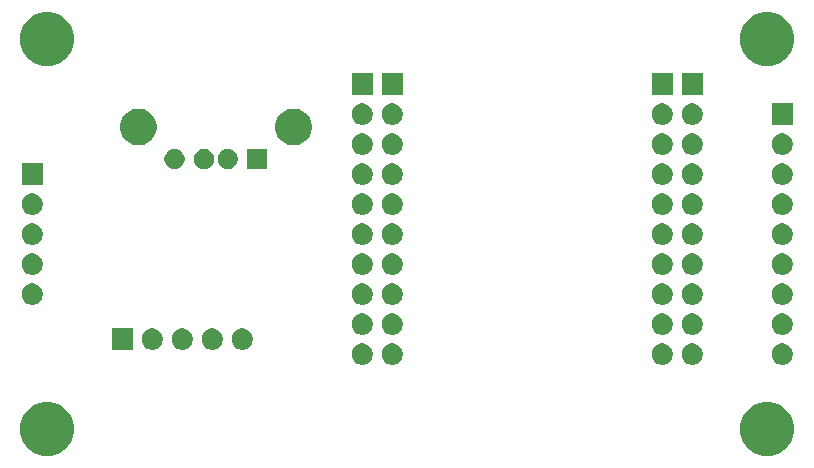
<source format=gbs>
G04 #@! TF.GenerationSoftware,KiCad,Pcbnew,(5.1.5)-3*
G04 #@! TF.CreationDate,2020-05-07T08:06:12+03:00*
G04 #@! TF.ProjectId,PCB1,50434231-2e6b-4696-9361-645f70636258,rev?*
G04 #@! TF.SameCoordinates,Original*
G04 #@! TF.FileFunction,Soldermask,Bot*
G04 #@! TF.FilePolarity,Negative*
%FSLAX46Y46*%
G04 Gerber Fmt 4.6, Leading zero omitted, Abs format (unit mm)*
G04 Created by KiCad (PCBNEW (5.1.5)-3) date 2020-05-07 08:06:12*
%MOMM*%
%LPD*%
G04 APERTURE LIST*
%ADD10C,0.100000*%
G04 APERTURE END LIST*
D10*
G36*
X98461304Y-67637002D02*
G01*
X98880139Y-67810489D01*
X98880141Y-67810490D01*
X99069891Y-67937277D01*
X99257082Y-68062354D01*
X99577646Y-68382918D01*
X99829511Y-68759861D01*
X100002998Y-69178696D01*
X100091440Y-69623327D01*
X100091440Y-70076673D01*
X100002998Y-70521304D01*
X99829511Y-70940139D01*
X99829510Y-70940141D01*
X99577645Y-71317083D01*
X99257083Y-71637645D01*
X98880141Y-71889510D01*
X98880140Y-71889511D01*
X98880139Y-71889511D01*
X98461304Y-72062998D01*
X98016673Y-72151440D01*
X97563327Y-72151440D01*
X97118696Y-72062998D01*
X96699861Y-71889511D01*
X96699860Y-71889511D01*
X96699859Y-71889510D01*
X96322917Y-71637645D01*
X96002355Y-71317083D01*
X95750490Y-70940141D01*
X95750489Y-70940139D01*
X95577002Y-70521304D01*
X95488560Y-70076673D01*
X95488560Y-69623327D01*
X95577002Y-69178696D01*
X95750489Y-68759861D01*
X96002354Y-68382918D01*
X96322918Y-68062354D01*
X96510109Y-67937277D01*
X96699859Y-67810490D01*
X96699861Y-67810489D01*
X97118696Y-67637002D01*
X97563327Y-67548560D01*
X98016673Y-67548560D01*
X98461304Y-67637002D01*
G37*
G36*
X37501304Y-67637002D02*
G01*
X37920139Y-67810489D01*
X37920141Y-67810490D01*
X38109891Y-67937277D01*
X38297082Y-68062354D01*
X38617646Y-68382918D01*
X38869511Y-68759861D01*
X39042998Y-69178696D01*
X39131440Y-69623327D01*
X39131440Y-70076673D01*
X39042998Y-70521304D01*
X38869511Y-70940139D01*
X38869510Y-70940141D01*
X38617645Y-71317083D01*
X38297083Y-71637645D01*
X37920141Y-71889510D01*
X37920140Y-71889511D01*
X37920139Y-71889511D01*
X37501304Y-72062998D01*
X37056673Y-72151440D01*
X36603327Y-72151440D01*
X36158696Y-72062998D01*
X35739861Y-71889511D01*
X35739860Y-71889511D01*
X35739859Y-71889510D01*
X35362917Y-71637645D01*
X35042355Y-71317083D01*
X34790490Y-70940141D01*
X34790489Y-70940139D01*
X34617002Y-70521304D01*
X34528560Y-70076673D01*
X34528560Y-69623327D01*
X34617002Y-69178696D01*
X34790489Y-68759861D01*
X35042354Y-68382918D01*
X35362918Y-68062354D01*
X35550109Y-67937277D01*
X35739859Y-67810490D01*
X35739861Y-67810489D01*
X36158696Y-67637002D01*
X36603327Y-67548560D01*
X37056673Y-67548560D01*
X37501304Y-67637002D01*
G37*
G36*
X66153512Y-62603927D02*
G01*
X66302812Y-62633624D01*
X66466784Y-62701544D01*
X66614354Y-62800147D01*
X66739853Y-62925646D01*
X66838456Y-63073216D01*
X66906376Y-63237188D01*
X66941000Y-63411259D01*
X66941000Y-63588741D01*
X66906376Y-63762812D01*
X66838456Y-63926784D01*
X66739853Y-64074354D01*
X66614354Y-64199853D01*
X66466784Y-64298456D01*
X66302812Y-64366376D01*
X66153512Y-64396073D01*
X66128742Y-64401000D01*
X65951258Y-64401000D01*
X65926488Y-64396073D01*
X65777188Y-64366376D01*
X65613216Y-64298456D01*
X65465646Y-64199853D01*
X65340147Y-64074354D01*
X65241544Y-63926784D01*
X65173624Y-63762812D01*
X65139000Y-63588741D01*
X65139000Y-63411259D01*
X65173624Y-63237188D01*
X65241544Y-63073216D01*
X65340147Y-62925646D01*
X65465646Y-62800147D01*
X65613216Y-62701544D01*
X65777188Y-62633624D01*
X65926488Y-62603927D01*
X65951258Y-62599000D01*
X66128742Y-62599000D01*
X66153512Y-62603927D01*
G37*
G36*
X99173512Y-62603927D02*
G01*
X99322812Y-62633624D01*
X99486784Y-62701544D01*
X99634354Y-62800147D01*
X99759853Y-62925646D01*
X99858456Y-63073216D01*
X99926376Y-63237188D01*
X99961000Y-63411259D01*
X99961000Y-63588741D01*
X99926376Y-63762812D01*
X99858456Y-63926784D01*
X99759853Y-64074354D01*
X99634354Y-64199853D01*
X99486784Y-64298456D01*
X99322812Y-64366376D01*
X99173512Y-64396073D01*
X99148742Y-64401000D01*
X98971258Y-64401000D01*
X98946488Y-64396073D01*
X98797188Y-64366376D01*
X98633216Y-64298456D01*
X98485646Y-64199853D01*
X98360147Y-64074354D01*
X98261544Y-63926784D01*
X98193624Y-63762812D01*
X98159000Y-63588741D01*
X98159000Y-63411259D01*
X98193624Y-63237188D01*
X98261544Y-63073216D01*
X98360147Y-62925646D01*
X98485646Y-62800147D01*
X98633216Y-62701544D01*
X98797188Y-62633624D01*
X98946488Y-62603927D01*
X98971258Y-62599000D01*
X99148742Y-62599000D01*
X99173512Y-62603927D01*
G37*
G36*
X91553512Y-62603927D02*
G01*
X91702812Y-62633624D01*
X91866784Y-62701544D01*
X92014354Y-62800147D01*
X92139853Y-62925646D01*
X92238456Y-63073216D01*
X92306376Y-63237188D01*
X92341000Y-63411259D01*
X92341000Y-63588741D01*
X92306376Y-63762812D01*
X92238456Y-63926784D01*
X92139853Y-64074354D01*
X92014354Y-64199853D01*
X91866784Y-64298456D01*
X91702812Y-64366376D01*
X91553512Y-64396073D01*
X91528742Y-64401000D01*
X91351258Y-64401000D01*
X91326488Y-64396073D01*
X91177188Y-64366376D01*
X91013216Y-64298456D01*
X90865646Y-64199853D01*
X90740147Y-64074354D01*
X90641544Y-63926784D01*
X90573624Y-63762812D01*
X90539000Y-63588741D01*
X90539000Y-63411259D01*
X90573624Y-63237188D01*
X90641544Y-63073216D01*
X90740147Y-62925646D01*
X90865646Y-62800147D01*
X91013216Y-62701544D01*
X91177188Y-62633624D01*
X91326488Y-62603927D01*
X91351258Y-62599000D01*
X91528742Y-62599000D01*
X91553512Y-62603927D01*
G37*
G36*
X89013512Y-62603927D02*
G01*
X89162812Y-62633624D01*
X89326784Y-62701544D01*
X89474354Y-62800147D01*
X89599853Y-62925646D01*
X89698456Y-63073216D01*
X89766376Y-63237188D01*
X89801000Y-63411259D01*
X89801000Y-63588741D01*
X89766376Y-63762812D01*
X89698456Y-63926784D01*
X89599853Y-64074354D01*
X89474354Y-64199853D01*
X89326784Y-64298456D01*
X89162812Y-64366376D01*
X89013512Y-64396073D01*
X88988742Y-64401000D01*
X88811258Y-64401000D01*
X88786488Y-64396073D01*
X88637188Y-64366376D01*
X88473216Y-64298456D01*
X88325646Y-64199853D01*
X88200147Y-64074354D01*
X88101544Y-63926784D01*
X88033624Y-63762812D01*
X87999000Y-63588741D01*
X87999000Y-63411259D01*
X88033624Y-63237188D01*
X88101544Y-63073216D01*
X88200147Y-62925646D01*
X88325646Y-62800147D01*
X88473216Y-62701544D01*
X88637188Y-62633624D01*
X88786488Y-62603927D01*
X88811258Y-62599000D01*
X88988742Y-62599000D01*
X89013512Y-62603927D01*
G37*
G36*
X63613512Y-62603927D02*
G01*
X63762812Y-62633624D01*
X63926784Y-62701544D01*
X64074354Y-62800147D01*
X64199853Y-62925646D01*
X64298456Y-63073216D01*
X64366376Y-63237188D01*
X64401000Y-63411259D01*
X64401000Y-63588741D01*
X64366376Y-63762812D01*
X64298456Y-63926784D01*
X64199853Y-64074354D01*
X64074354Y-64199853D01*
X63926784Y-64298456D01*
X63762812Y-64366376D01*
X63613512Y-64396073D01*
X63588742Y-64401000D01*
X63411258Y-64401000D01*
X63386488Y-64396073D01*
X63237188Y-64366376D01*
X63073216Y-64298456D01*
X62925646Y-64199853D01*
X62800147Y-64074354D01*
X62701544Y-63926784D01*
X62633624Y-63762812D01*
X62599000Y-63588741D01*
X62599000Y-63411259D01*
X62633624Y-63237188D01*
X62701544Y-63073216D01*
X62800147Y-62925646D01*
X62925646Y-62800147D01*
X63073216Y-62701544D01*
X63237188Y-62633624D01*
X63386488Y-62603927D01*
X63411258Y-62599000D01*
X63588742Y-62599000D01*
X63613512Y-62603927D01*
G37*
G36*
X53453512Y-61333927D02*
G01*
X53602812Y-61363624D01*
X53766784Y-61431544D01*
X53914354Y-61530147D01*
X54039853Y-61655646D01*
X54138456Y-61803216D01*
X54206376Y-61967188D01*
X54241000Y-62141259D01*
X54241000Y-62318741D01*
X54206376Y-62492812D01*
X54138456Y-62656784D01*
X54039853Y-62804354D01*
X53914354Y-62929853D01*
X53766784Y-63028456D01*
X53602812Y-63096376D01*
X53453512Y-63126073D01*
X53428742Y-63131000D01*
X53251258Y-63131000D01*
X53226488Y-63126073D01*
X53077188Y-63096376D01*
X52913216Y-63028456D01*
X52765646Y-62929853D01*
X52640147Y-62804354D01*
X52541544Y-62656784D01*
X52473624Y-62492812D01*
X52439000Y-62318741D01*
X52439000Y-62141259D01*
X52473624Y-61967188D01*
X52541544Y-61803216D01*
X52640147Y-61655646D01*
X52765646Y-61530147D01*
X52913216Y-61431544D01*
X53077188Y-61363624D01*
X53226488Y-61333927D01*
X53251258Y-61329000D01*
X53428742Y-61329000D01*
X53453512Y-61333927D01*
G37*
G36*
X50913512Y-61333927D02*
G01*
X51062812Y-61363624D01*
X51226784Y-61431544D01*
X51374354Y-61530147D01*
X51499853Y-61655646D01*
X51598456Y-61803216D01*
X51666376Y-61967188D01*
X51701000Y-62141259D01*
X51701000Y-62318741D01*
X51666376Y-62492812D01*
X51598456Y-62656784D01*
X51499853Y-62804354D01*
X51374354Y-62929853D01*
X51226784Y-63028456D01*
X51062812Y-63096376D01*
X50913512Y-63126073D01*
X50888742Y-63131000D01*
X50711258Y-63131000D01*
X50686488Y-63126073D01*
X50537188Y-63096376D01*
X50373216Y-63028456D01*
X50225646Y-62929853D01*
X50100147Y-62804354D01*
X50001544Y-62656784D01*
X49933624Y-62492812D01*
X49899000Y-62318741D01*
X49899000Y-62141259D01*
X49933624Y-61967188D01*
X50001544Y-61803216D01*
X50100147Y-61655646D01*
X50225646Y-61530147D01*
X50373216Y-61431544D01*
X50537188Y-61363624D01*
X50686488Y-61333927D01*
X50711258Y-61329000D01*
X50888742Y-61329000D01*
X50913512Y-61333927D01*
G37*
G36*
X48373512Y-61333927D02*
G01*
X48522812Y-61363624D01*
X48686784Y-61431544D01*
X48834354Y-61530147D01*
X48959853Y-61655646D01*
X49058456Y-61803216D01*
X49126376Y-61967188D01*
X49161000Y-62141259D01*
X49161000Y-62318741D01*
X49126376Y-62492812D01*
X49058456Y-62656784D01*
X48959853Y-62804354D01*
X48834354Y-62929853D01*
X48686784Y-63028456D01*
X48522812Y-63096376D01*
X48373512Y-63126073D01*
X48348742Y-63131000D01*
X48171258Y-63131000D01*
X48146488Y-63126073D01*
X47997188Y-63096376D01*
X47833216Y-63028456D01*
X47685646Y-62929853D01*
X47560147Y-62804354D01*
X47461544Y-62656784D01*
X47393624Y-62492812D01*
X47359000Y-62318741D01*
X47359000Y-62141259D01*
X47393624Y-61967188D01*
X47461544Y-61803216D01*
X47560147Y-61655646D01*
X47685646Y-61530147D01*
X47833216Y-61431544D01*
X47997188Y-61363624D01*
X48146488Y-61333927D01*
X48171258Y-61329000D01*
X48348742Y-61329000D01*
X48373512Y-61333927D01*
G37*
G36*
X45833512Y-61333927D02*
G01*
X45982812Y-61363624D01*
X46146784Y-61431544D01*
X46294354Y-61530147D01*
X46419853Y-61655646D01*
X46518456Y-61803216D01*
X46586376Y-61967188D01*
X46621000Y-62141259D01*
X46621000Y-62318741D01*
X46586376Y-62492812D01*
X46518456Y-62656784D01*
X46419853Y-62804354D01*
X46294354Y-62929853D01*
X46146784Y-63028456D01*
X45982812Y-63096376D01*
X45833512Y-63126073D01*
X45808742Y-63131000D01*
X45631258Y-63131000D01*
X45606488Y-63126073D01*
X45457188Y-63096376D01*
X45293216Y-63028456D01*
X45145646Y-62929853D01*
X45020147Y-62804354D01*
X44921544Y-62656784D01*
X44853624Y-62492812D01*
X44819000Y-62318741D01*
X44819000Y-62141259D01*
X44853624Y-61967188D01*
X44921544Y-61803216D01*
X45020147Y-61655646D01*
X45145646Y-61530147D01*
X45293216Y-61431544D01*
X45457188Y-61363624D01*
X45606488Y-61333927D01*
X45631258Y-61329000D01*
X45808742Y-61329000D01*
X45833512Y-61333927D01*
G37*
G36*
X44081000Y-63131000D02*
G01*
X42279000Y-63131000D01*
X42279000Y-61329000D01*
X44081000Y-61329000D01*
X44081000Y-63131000D01*
G37*
G36*
X63613512Y-60063927D02*
G01*
X63762812Y-60093624D01*
X63926784Y-60161544D01*
X64074354Y-60260147D01*
X64199853Y-60385646D01*
X64298456Y-60533216D01*
X64366376Y-60697188D01*
X64401000Y-60871259D01*
X64401000Y-61048741D01*
X64366376Y-61222812D01*
X64298456Y-61386784D01*
X64199853Y-61534354D01*
X64074354Y-61659853D01*
X63926784Y-61758456D01*
X63762812Y-61826376D01*
X63613512Y-61856073D01*
X63588742Y-61861000D01*
X63411258Y-61861000D01*
X63386488Y-61856073D01*
X63237188Y-61826376D01*
X63073216Y-61758456D01*
X62925646Y-61659853D01*
X62800147Y-61534354D01*
X62701544Y-61386784D01*
X62633624Y-61222812D01*
X62599000Y-61048741D01*
X62599000Y-60871259D01*
X62633624Y-60697188D01*
X62701544Y-60533216D01*
X62800147Y-60385646D01*
X62925646Y-60260147D01*
X63073216Y-60161544D01*
X63237188Y-60093624D01*
X63386488Y-60063927D01*
X63411258Y-60059000D01*
X63588742Y-60059000D01*
X63613512Y-60063927D01*
G37*
G36*
X66153512Y-60063927D02*
G01*
X66302812Y-60093624D01*
X66466784Y-60161544D01*
X66614354Y-60260147D01*
X66739853Y-60385646D01*
X66838456Y-60533216D01*
X66906376Y-60697188D01*
X66941000Y-60871259D01*
X66941000Y-61048741D01*
X66906376Y-61222812D01*
X66838456Y-61386784D01*
X66739853Y-61534354D01*
X66614354Y-61659853D01*
X66466784Y-61758456D01*
X66302812Y-61826376D01*
X66153512Y-61856073D01*
X66128742Y-61861000D01*
X65951258Y-61861000D01*
X65926488Y-61856073D01*
X65777188Y-61826376D01*
X65613216Y-61758456D01*
X65465646Y-61659853D01*
X65340147Y-61534354D01*
X65241544Y-61386784D01*
X65173624Y-61222812D01*
X65139000Y-61048741D01*
X65139000Y-60871259D01*
X65173624Y-60697188D01*
X65241544Y-60533216D01*
X65340147Y-60385646D01*
X65465646Y-60260147D01*
X65613216Y-60161544D01*
X65777188Y-60093624D01*
X65926488Y-60063927D01*
X65951258Y-60059000D01*
X66128742Y-60059000D01*
X66153512Y-60063927D01*
G37*
G36*
X99173512Y-60063927D02*
G01*
X99322812Y-60093624D01*
X99486784Y-60161544D01*
X99634354Y-60260147D01*
X99759853Y-60385646D01*
X99858456Y-60533216D01*
X99926376Y-60697188D01*
X99961000Y-60871259D01*
X99961000Y-61048741D01*
X99926376Y-61222812D01*
X99858456Y-61386784D01*
X99759853Y-61534354D01*
X99634354Y-61659853D01*
X99486784Y-61758456D01*
X99322812Y-61826376D01*
X99173512Y-61856073D01*
X99148742Y-61861000D01*
X98971258Y-61861000D01*
X98946488Y-61856073D01*
X98797188Y-61826376D01*
X98633216Y-61758456D01*
X98485646Y-61659853D01*
X98360147Y-61534354D01*
X98261544Y-61386784D01*
X98193624Y-61222812D01*
X98159000Y-61048741D01*
X98159000Y-60871259D01*
X98193624Y-60697188D01*
X98261544Y-60533216D01*
X98360147Y-60385646D01*
X98485646Y-60260147D01*
X98633216Y-60161544D01*
X98797188Y-60093624D01*
X98946488Y-60063927D01*
X98971258Y-60059000D01*
X99148742Y-60059000D01*
X99173512Y-60063927D01*
G37*
G36*
X89013512Y-60063927D02*
G01*
X89162812Y-60093624D01*
X89326784Y-60161544D01*
X89474354Y-60260147D01*
X89599853Y-60385646D01*
X89698456Y-60533216D01*
X89766376Y-60697188D01*
X89801000Y-60871259D01*
X89801000Y-61048741D01*
X89766376Y-61222812D01*
X89698456Y-61386784D01*
X89599853Y-61534354D01*
X89474354Y-61659853D01*
X89326784Y-61758456D01*
X89162812Y-61826376D01*
X89013512Y-61856073D01*
X88988742Y-61861000D01*
X88811258Y-61861000D01*
X88786488Y-61856073D01*
X88637188Y-61826376D01*
X88473216Y-61758456D01*
X88325646Y-61659853D01*
X88200147Y-61534354D01*
X88101544Y-61386784D01*
X88033624Y-61222812D01*
X87999000Y-61048741D01*
X87999000Y-60871259D01*
X88033624Y-60697188D01*
X88101544Y-60533216D01*
X88200147Y-60385646D01*
X88325646Y-60260147D01*
X88473216Y-60161544D01*
X88637188Y-60093624D01*
X88786488Y-60063927D01*
X88811258Y-60059000D01*
X88988742Y-60059000D01*
X89013512Y-60063927D01*
G37*
G36*
X91553512Y-60063927D02*
G01*
X91702812Y-60093624D01*
X91866784Y-60161544D01*
X92014354Y-60260147D01*
X92139853Y-60385646D01*
X92238456Y-60533216D01*
X92306376Y-60697188D01*
X92341000Y-60871259D01*
X92341000Y-61048741D01*
X92306376Y-61222812D01*
X92238456Y-61386784D01*
X92139853Y-61534354D01*
X92014354Y-61659853D01*
X91866784Y-61758456D01*
X91702812Y-61826376D01*
X91553512Y-61856073D01*
X91528742Y-61861000D01*
X91351258Y-61861000D01*
X91326488Y-61856073D01*
X91177188Y-61826376D01*
X91013216Y-61758456D01*
X90865646Y-61659853D01*
X90740147Y-61534354D01*
X90641544Y-61386784D01*
X90573624Y-61222812D01*
X90539000Y-61048741D01*
X90539000Y-60871259D01*
X90573624Y-60697188D01*
X90641544Y-60533216D01*
X90740147Y-60385646D01*
X90865646Y-60260147D01*
X91013216Y-60161544D01*
X91177188Y-60093624D01*
X91326488Y-60063927D01*
X91351258Y-60059000D01*
X91528742Y-60059000D01*
X91553512Y-60063927D01*
G37*
G36*
X35673512Y-57523927D02*
G01*
X35822812Y-57553624D01*
X35986784Y-57621544D01*
X36134354Y-57720147D01*
X36259853Y-57845646D01*
X36358456Y-57993216D01*
X36426376Y-58157188D01*
X36461000Y-58331259D01*
X36461000Y-58508741D01*
X36426376Y-58682812D01*
X36358456Y-58846784D01*
X36259853Y-58994354D01*
X36134354Y-59119853D01*
X35986784Y-59218456D01*
X35822812Y-59286376D01*
X35673512Y-59316073D01*
X35648742Y-59321000D01*
X35471258Y-59321000D01*
X35446488Y-59316073D01*
X35297188Y-59286376D01*
X35133216Y-59218456D01*
X34985646Y-59119853D01*
X34860147Y-58994354D01*
X34761544Y-58846784D01*
X34693624Y-58682812D01*
X34659000Y-58508741D01*
X34659000Y-58331259D01*
X34693624Y-58157188D01*
X34761544Y-57993216D01*
X34860147Y-57845646D01*
X34985646Y-57720147D01*
X35133216Y-57621544D01*
X35297188Y-57553624D01*
X35446488Y-57523927D01*
X35471258Y-57519000D01*
X35648742Y-57519000D01*
X35673512Y-57523927D01*
G37*
G36*
X89013512Y-57523927D02*
G01*
X89162812Y-57553624D01*
X89326784Y-57621544D01*
X89474354Y-57720147D01*
X89599853Y-57845646D01*
X89698456Y-57993216D01*
X89766376Y-58157188D01*
X89801000Y-58331259D01*
X89801000Y-58508741D01*
X89766376Y-58682812D01*
X89698456Y-58846784D01*
X89599853Y-58994354D01*
X89474354Y-59119853D01*
X89326784Y-59218456D01*
X89162812Y-59286376D01*
X89013512Y-59316073D01*
X88988742Y-59321000D01*
X88811258Y-59321000D01*
X88786488Y-59316073D01*
X88637188Y-59286376D01*
X88473216Y-59218456D01*
X88325646Y-59119853D01*
X88200147Y-58994354D01*
X88101544Y-58846784D01*
X88033624Y-58682812D01*
X87999000Y-58508741D01*
X87999000Y-58331259D01*
X88033624Y-58157188D01*
X88101544Y-57993216D01*
X88200147Y-57845646D01*
X88325646Y-57720147D01*
X88473216Y-57621544D01*
X88637188Y-57553624D01*
X88786488Y-57523927D01*
X88811258Y-57519000D01*
X88988742Y-57519000D01*
X89013512Y-57523927D01*
G37*
G36*
X99173512Y-57523927D02*
G01*
X99322812Y-57553624D01*
X99486784Y-57621544D01*
X99634354Y-57720147D01*
X99759853Y-57845646D01*
X99858456Y-57993216D01*
X99926376Y-58157188D01*
X99961000Y-58331259D01*
X99961000Y-58508741D01*
X99926376Y-58682812D01*
X99858456Y-58846784D01*
X99759853Y-58994354D01*
X99634354Y-59119853D01*
X99486784Y-59218456D01*
X99322812Y-59286376D01*
X99173512Y-59316073D01*
X99148742Y-59321000D01*
X98971258Y-59321000D01*
X98946488Y-59316073D01*
X98797188Y-59286376D01*
X98633216Y-59218456D01*
X98485646Y-59119853D01*
X98360147Y-58994354D01*
X98261544Y-58846784D01*
X98193624Y-58682812D01*
X98159000Y-58508741D01*
X98159000Y-58331259D01*
X98193624Y-58157188D01*
X98261544Y-57993216D01*
X98360147Y-57845646D01*
X98485646Y-57720147D01*
X98633216Y-57621544D01*
X98797188Y-57553624D01*
X98946488Y-57523927D01*
X98971258Y-57519000D01*
X99148742Y-57519000D01*
X99173512Y-57523927D01*
G37*
G36*
X91553512Y-57523927D02*
G01*
X91702812Y-57553624D01*
X91866784Y-57621544D01*
X92014354Y-57720147D01*
X92139853Y-57845646D01*
X92238456Y-57993216D01*
X92306376Y-58157188D01*
X92341000Y-58331259D01*
X92341000Y-58508741D01*
X92306376Y-58682812D01*
X92238456Y-58846784D01*
X92139853Y-58994354D01*
X92014354Y-59119853D01*
X91866784Y-59218456D01*
X91702812Y-59286376D01*
X91553512Y-59316073D01*
X91528742Y-59321000D01*
X91351258Y-59321000D01*
X91326488Y-59316073D01*
X91177188Y-59286376D01*
X91013216Y-59218456D01*
X90865646Y-59119853D01*
X90740147Y-58994354D01*
X90641544Y-58846784D01*
X90573624Y-58682812D01*
X90539000Y-58508741D01*
X90539000Y-58331259D01*
X90573624Y-58157188D01*
X90641544Y-57993216D01*
X90740147Y-57845646D01*
X90865646Y-57720147D01*
X91013216Y-57621544D01*
X91177188Y-57553624D01*
X91326488Y-57523927D01*
X91351258Y-57519000D01*
X91528742Y-57519000D01*
X91553512Y-57523927D01*
G37*
G36*
X66153512Y-57523927D02*
G01*
X66302812Y-57553624D01*
X66466784Y-57621544D01*
X66614354Y-57720147D01*
X66739853Y-57845646D01*
X66838456Y-57993216D01*
X66906376Y-58157188D01*
X66941000Y-58331259D01*
X66941000Y-58508741D01*
X66906376Y-58682812D01*
X66838456Y-58846784D01*
X66739853Y-58994354D01*
X66614354Y-59119853D01*
X66466784Y-59218456D01*
X66302812Y-59286376D01*
X66153512Y-59316073D01*
X66128742Y-59321000D01*
X65951258Y-59321000D01*
X65926488Y-59316073D01*
X65777188Y-59286376D01*
X65613216Y-59218456D01*
X65465646Y-59119853D01*
X65340147Y-58994354D01*
X65241544Y-58846784D01*
X65173624Y-58682812D01*
X65139000Y-58508741D01*
X65139000Y-58331259D01*
X65173624Y-58157188D01*
X65241544Y-57993216D01*
X65340147Y-57845646D01*
X65465646Y-57720147D01*
X65613216Y-57621544D01*
X65777188Y-57553624D01*
X65926488Y-57523927D01*
X65951258Y-57519000D01*
X66128742Y-57519000D01*
X66153512Y-57523927D01*
G37*
G36*
X63613512Y-57523927D02*
G01*
X63762812Y-57553624D01*
X63926784Y-57621544D01*
X64074354Y-57720147D01*
X64199853Y-57845646D01*
X64298456Y-57993216D01*
X64366376Y-58157188D01*
X64401000Y-58331259D01*
X64401000Y-58508741D01*
X64366376Y-58682812D01*
X64298456Y-58846784D01*
X64199853Y-58994354D01*
X64074354Y-59119853D01*
X63926784Y-59218456D01*
X63762812Y-59286376D01*
X63613512Y-59316073D01*
X63588742Y-59321000D01*
X63411258Y-59321000D01*
X63386488Y-59316073D01*
X63237188Y-59286376D01*
X63073216Y-59218456D01*
X62925646Y-59119853D01*
X62800147Y-58994354D01*
X62701544Y-58846784D01*
X62633624Y-58682812D01*
X62599000Y-58508741D01*
X62599000Y-58331259D01*
X62633624Y-58157188D01*
X62701544Y-57993216D01*
X62800147Y-57845646D01*
X62925646Y-57720147D01*
X63073216Y-57621544D01*
X63237188Y-57553624D01*
X63386488Y-57523927D01*
X63411258Y-57519000D01*
X63588742Y-57519000D01*
X63613512Y-57523927D01*
G37*
G36*
X66153512Y-54983927D02*
G01*
X66302812Y-55013624D01*
X66466784Y-55081544D01*
X66614354Y-55180147D01*
X66739853Y-55305646D01*
X66838456Y-55453216D01*
X66906376Y-55617188D01*
X66941000Y-55791259D01*
X66941000Y-55968741D01*
X66906376Y-56142812D01*
X66838456Y-56306784D01*
X66739853Y-56454354D01*
X66614354Y-56579853D01*
X66466784Y-56678456D01*
X66302812Y-56746376D01*
X66153512Y-56776073D01*
X66128742Y-56781000D01*
X65951258Y-56781000D01*
X65926488Y-56776073D01*
X65777188Y-56746376D01*
X65613216Y-56678456D01*
X65465646Y-56579853D01*
X65340147Y-56454354D01*
X65241544Y-56306784D01*
X65173624Y-56142812D01*
X65139000Y-55968741D01*
X65139000Y-55791259D01*
X65173624Y-55617188D01*
X65241544Y-55453216D01*
X65340147Y-55305646D01*
X65465646Y-55180147D01*
X65613216Y-55081544D01*
X65777188Y-55013624D01*
X65926488Y-54983927D01*
X65951258Y-54979000D01*
X66128742Y-54979000D01*
X66153512Y-54983927D01*
G37*
G36*
X35673512Y-54983927D02*
G01*
X35822812Y-55013624D01*
X35986784Y-55081544D01*
X36134354Y-55180147D01*
X36259853Y-55305646D01*
X36358456Y-55453216D01*
X36426376Y-55617188D01*
X36461000Y-55791259D01*
X36461000Y-55968741D01*
X36426376Y-56142812D01*
X36358456Y-56306784D01*
X36259853Y-56454354D01*
X36134354Y-56579853D01*
X35986784Y-56678456D01*
X35822812Y-56746376D01*
X35673512Y-56776073D01*
X35648742Y-56781000D01*
X35471258Y-56781000D01*
X35446488Y-56776073D01*
X35297188Y-56746376D01*
X35133216Y-56678456D01*
X34985646Y-56579853D01*
X34860147Y-56454354D01*
X34761544Y-56306784D01*
X34693624Y-56142812D01*
X34659000Y-55968741D01*
X34659000Y-55791259D01*
X34693624Y-55617188D01*
X34761544Y-55453216D01*
X34860147Y-55305646D01*
X34985646Y-55180147D01*
X35133216Y-55081544D01*
X35297188Y-55013624D01*
X35446488Y-54983927D01*
X35471258Y-54979000D01*
X35648742Y-54979000D01*
X35673512Y-54983927D01*
G37*
G36*
X63613512Y-54983927D02*
G01*
X63762812Y-55013624D01*
X63926784Y-55081544D01*
X64074354Y-55180147D01*
X64199853Y-55305646D01*
X64298456Y-55453216D01*
X64366376Y-55617188D01*
X64401000Y-55791259D01*
X64401000Y-55968741D01*
X64366376Y-56142812D01*
X64298456Y-56306784D01*
X64199853Y-56454354D01*
X64074354Y-56579853D01*
X63926784Y-56678456D01*
X63762812Y-56746376D01*
X63613512Y-56776073D01*
X63588742Y-56781000D01*
X63411258Y-56781000D01*
X63386488Y-56776073D01*
X63237188Y-56746376D01*
X63073216Y-56678456D01*
X62925646Y-56579853D01*
X62800147Y-56454354D01*
X62701544Y-56306784D01*
X62633624Y-56142812D01*
X62599000Y-55968741D01*
X62599000Y-55791259D01*
X62633624Y-55617188D01*
X62701544Y-55453216D01*
X62800147Y-55305646D01*
X62925646Y-55180147D01*
X63073216Y-55081544D01*
X63237188Y-55013624D01*
X63386488Y-54983927D01*
X63411258Y-54979000D01*
X63588742Y-54979000D01*
X63613512Y-54983927D01*
G37*
G36*
X99173512Y-54983927D02*
G01*
X99322812Y-55013624D01*
X99486784Y-55081544D01*
X99634354Y-55180147D01*
X99759853Y-55305646D01*
X99858456Y-55453216D01*
X99926376Y-55617188D01*
X99961000Y-55791259D01*
X99961000Y-55968741D01*
X99926376Y-56142812D01*
X99858456Y-56306784D01*
X99759853Y-56454354D01*
X99634354Y-56579853D01*
X99486784Y-56678456D01*
X99322812Y-56746376D01*
X99173512Y-56776073D01*
X99148742Y-56781000D01*
X98971258Y-56781000D01*
X98946488Y-56776073D01*
X98797188Y-56746376D01*
X98633216Y-56678456D01*
X98485646Y-56579853D01*
X98360147Y-56454354D01*
X98261544Y-56306784D01*
X98193624Y-56142812D01*
X98159000Y-55968741D01*
X98159000Y-55791259D01*
X98193624Y-55617188D01*
X98261544Y-55453216D01*
X98360147Y-55305646D01*
X98485646Y-55180147D01*
X98633216Y-55081544D01*
X98797188Y-55013624D01*
X98946488Y-54983927D01*
X98971258Y-54979000D01*
X99148742Y-54979000D01*
X99173512Y-54983927D01*
G37*
G36*
X91553512Y-54983927D02*
G01*
X91702812Y-55013624D01*
X91866784Y-55081544D01*
X92014354Y-55180147D01*
X92139853Y-55305646D01*
X92238456Y-55453216D01*
X92306376Y-55617188D01*
X92341000Y-55791259D01*
X92341000Y-55968741D01*
X92306376Y-56142812D01*
X92238456Y-56306784D01*
X92139853Y-56454354D01*
X92014354Y-56579853D01*
X91866784Y-56678456D01*
X91702812Y-56746376D01*
X91553512Y-56776073D01*
X91528742Y-56781000D01*
X91351258Y-56781000D01*
X91326488Y-56776073D01*
X91177188Y-56746376D01*
X91013216Y-56678456D01*
X90865646Y-56579853D01*
X90740147Y-56454354D01*
X90641544Y-56306784D01*
X90573624Y-56142812D01*
X90539000Y-55968741D01*
X90539000Y-55791259D01*
X90573624Y-55617188D01*
X90641544Y-55453216D01*
X90740147Y-55305646D01*
X90865646Y-55180147D01*
X91013216Y-55081544D01*
X91177188Y-55013624D01*
X91326488Y-54983927D01*
X91351258Y-54979000D01*
X91528742Y-54979000D01*
X91553512Y-54983927D01*
G37*
G36*
X89013512Y-54983927D02*
G01*
X89162812Y-55013624D01*
X89326784Y-55081544D01*
X89474354Y-55180147D01*
X89599853Y-55305646D01*
X89698456Y-55453216D01*
X89766376Y-55617188D01*
X89801000Y-55791259D01*
X89801000Y-55968741D01*
X89766376Y-56142812D01*
X89698456Y-56306784D01*
X89599853Y-56454354D01*
X89474354Y-56579853D01*
X89326784Y-56678456D01*
X89162812Y-56746376D01*
X89013512Y-56776073D01*
X88988742Y-56781000D01*
X88811258Y-56781000D01*
X88786488Y-56776073D01*
X88637188Y-56746376D01*
X88473216Y-56678456D01*
X88325646Y-56579853D01*
X88200147Y-56454354D01*
X88101544Y-56306784D01*
X88033624Y-56142812D01*
X87999000Y-55968741D01*
X87999000Y-55791259D01*
X88033624Y-55617188D01*
X88101544Y-55453216D01*
X88200147Y-55305646D01*
X88325646Y-55180147D01*
X88473216Y-55081544D01*
X88637188Y-55013624D01*
X88786488Y-54983927D01*
X88811258Y-54979000D01*
X88988742Y-54979000D01*
X89013512Y-54983927D01*
G37*
G36*
X63613512Y-52443927D02*
G01*
X63762812Y-52473624D01*
X63926784Y-52541544D01*
X64074354Y-52640147D01*
X64199853Y-52765646D01*
X64298456Y-52913216D01*
X64366376Y-53077188D01*
X64401000Y-53251259D01*
X64401000Y-53428741D01*
X64366376Y-53602812D01*
X64298456Y-53766784D01*
X64199853Y-53914354D01*
X64074354Y-54039853D01*
X63926784Y-54138456D01*
X63762812Y-54206376D01*
X63613512Y-54236073D01*
X63588742Y-54241000D01*
X63411258Y-54241000D01*
X63386488Y-54236073D01*
X63237188Y-54206376D01*
X63073216Y-54138456D01*
X62925646Y-54039853D01*
X62800147Y-53914354D01*
X62701544Y-53766784D01*
X62633624Y-53602812D01*
X62599000Y-53428741D01*
X62599000Y-53251259D01*
X62633624Y-53077188D01*
X62701544Y-52913216D01*
X62800147Y-52765646D01*
X62925646Y-52640147D01*
X63073216Y-52541544D01*
X63237188Y-52473624D01*
X63386488Y-52443927D01*
X63411258Y-52439000D01*
X63588742Y-52439000D01*
X63613512Y-52443927D01*
G37*
G36*
X89013512Y-52443927D02*
G01*
X89162812Y-52473624D01*
X89326784Y-52541544D01*
X89474354Y-52640147D01*
X89599853Y-52765646D01*
X89698456Y-52913216D01*
X89766376Y-53077188D01*
X89801000Y-53251259D01*
X89801000Y-53428741D01*
X89766376Y-53602812D01*
X89698456Y-53766784D01*
X89599853Y-53914354D01*
X89474354Y-54039853D01*
X89326784Y-54138456D01*
X89162812Y-54206376D01*
X89013512Y-54236073D01*
X88988742Y-54241000D01*
X88811258Y-54241000D01*
X88786488Y-54236073D01*
X88637188Y-54206376D01*
X88473216Y-54138456D01*
X88325646Y-54039853D01*
X88200147Y-53914354D01*
X88101544Y-53766784D01*
X88033624Y-53602812D01*
X87999000Y-53428741D01*
X87999000Y-53251259D01*
X88033624Y-53077188D01*
X88101544Y-52913216D01*
X88200147Y-52765646D01*
X88325646Y-52640147D01*
X88473216Y-52541544D01*
X88637188Y-52473624D01*
X88786488Y-52443927D01*
X88811258Y-52439000D01*
X88988742Y-52439000D01*
X89013512Y-52443927D01*
G37*
G36*
X66153512Y-52443927D02*
G01*
X66302812Y-52473624D01*
X66466784Y-52541544D01*
X66614354Y-52640147D01*
X66739853Y-52765646D01*
X66838456Y-52913216D01*
X66906376Y-53077188D01*
X66941000Y-53251259D01*
X66941000Y-53428741D01*
X66906376Y-53602812D01*
X66838456Y-53766784D01*
X66739853Y-53914354D01*
X66614354Y-54039853D01*
X66466784Y-54138456D01*
X66302812Y-54206376D01*
X66153512Y-54236073D01*
X66128742Y-54241000D01*
X65951258Y-54241000D01*
X65926488Y-54236073D01*
X65777188Y-54206376D01*
X65613216Y-54138456D01*
X65465646Y-54039853D01*
X65340147Y-53914354D01*
X65241544Y-53766784D01*
X65173624Y-53602812D01*
X65139000Y-53428741D01*
X65139000Y-53251259D01*
X65173624Y-53077188D01*
X65241544Y-52913216D01*
X65340147Y-52765646D01*
X65465646Y-52640147D01*
X65613216Y-52541544D01*
X65777188Y-52473624D01*
X65926488Y-52443927D01*
X65951258Y-52439000D01*
X66128742Y-52439000D01*
X66153512Y-52443927D01*
G37*
G36*
X91553512Y-52443927D02*
G01*
X91702812Y-52473624D01*
X91866784Y-52541544D01*
X92014354Y-52640147D01*
X92139853Y-52765646D01*
X92238456Y-52913216D01*
X92306376Y-53077188D01*
X92341000Y-53251259D01*
X92341000Y-53428741D01*
X92306376Y-53602812D01*
X92238456Y-53766784D01*
X92139853Y-53914354D01*
X92014354Y-54039853D01*
X91866784Y-54138456D01*
X91702812Y-54206376D01*
X91553512Y-54236073D01*
X91528742Y-54241000D01*
X91351258Y-54241000D01*
X91326488Y-54236073D01*
X91177188Y-54206376D01*
X91013216Y-54138456D01*
X90865646Y-54039853D01*
X90740147Y-53914354D01*
X90641544Y-53766784D01*
X90573624Y-53602812D01*
X90539000Y-53428741D01*
X90539000Y-53251259D01*
X90573624Y-53077188D01*
X90641544Y-52913216D01*
X90740147Y-52765646D01*
X90865646Y-52640147D01*
X91013216Y-52541544D01*
X91177188Y-52473624D01*
X91326488Y-52443927D01*
X91351258Y-52439000D01*
X91528742Y-52439000D01*
X91553512Y-52443927D01*
G37*
G36*
X35673512Y-52443927D02*
G01*
X35822812Y-52473624D01*
X35986784Y-52541544D01*
X36134354Y-52640147D01*
X36259853Y-52765646D01*
X36358456Y-52913216D01*
X36426376Y-53077188D01*
X36461000Y-53251259D01*
X36461000Y-53428741D01*
X36426376Y-53602812D01*
X36358456Y-53766784D01*
X36259853Y-53914354D01*
X36134354Y-54039853D01*
X35986784Y-54138456D01*
X35822812Y-54206376D01*
X35673512Y-54236073D01*
X35648742Y-54241000D01*
X35471258Y-54241000D01*
X35446488Y-54236073D01*
X35297188Y-54206376D01*
X35133216Y-54138456D01*
X34985646Y-54039853D01*
X34860147Y-53914354D01*
X34761544Y-53766784D01*
X34693624Y-53602812D01*
X34659000Y-53428741D01*
X34659000Y-53251259D01*
X34693624Y-53077188D01*
X34761544Y-52913216D01*
X34860147Y-52765646D01*
X34985646Y-52640147D01*
X35133216Y-52541544D01*
X35297188Y-52473624D01*
X35446488Y-52443927D01*
X35471258Y-52439000D01*
X35648742Y-52439000D01*
X35673512Y-52443927D01*
G37*
G36*
X99173512Y-52443927D02*
G01*
X99322812Y-52473624D01*
X99486784Y-52541544D01*
X99634354Y-52640147D01*
X99759853Y-52765646D01*
X99858456Y-52913216D01*
X99926376Y-53077188D01*
X99961000Y-53251259D01*
X99961000Y-53428741D01*
X99926376Y-53602812D01*
X99858456Y-53766784D01*
X99759853Y-53914354D01*
X99634354Y-54039853D01*
X99486784Y-54138456D01*
X99322812Y-54206376D01*
X99173512Y-54236073D01*
X99148742Y-54241000D01*
X98971258Y-54241000D01*
X98946488Y-54236073D01*
X98797188Y-54206376D01*
X98633216Y-54138456D01*
X98485646Y-54039853D01*
X98360147Y-53914354D01*
X98261544Y-53766784D01*
X98193624Y-53602812D01*
X98159000Y-53428741D01*
X98159000Y-53251259D01*
X98193624Y-53077188D01*
X98261544Y-52913216D01*
X98360147Y-52765646D01*
X98485646Y-52640147D01*
X98633216Y-52541544D01*
X98797188Y-52473624D01*
X98946488Y-52443927D01*
X98971258Y-52439000D01*
X99148742Y-52439000D01*
X99173512Y-52443927D01*
G37*
G36*
X63613512Y-49903927D02*
G01*
X63762812Y-49933624D01*
X63926784Y-50001544D01*
X64074354Y-50100147D01*
X64199853Y-50225646D01*
X64298456Y-50373216D01*
X64366376Y-50537188D01*
X64401000Y-50711259D01*
X64401000Y-50888741D01*
X64366376Y-51062812D01*
X64298456Y-51226784D01*
X64199853Y-51374354D01*
X64074354Y-51499853D01*
X63926784Y-51598456D01*
X63762812Y-51666376D01*
X63613512Y-51696073D01*
X63588742Y-51701000D01*
X63411258Y-51701000D01*
X63386488Y-51696073D01*
X63237188Y-51666376D01*
X63073216Y-51598456D01*
X62925646Y-51499853D01*
X62800147Y-51374354D01*
X62701544Y-51226784D01*
X62633624Y-51062812D01*
X62599000Y-50888741D01*
X62599000Y-50711259D01*
X62633624Y-50537188D01*
X62701544Y-50373216D01*
X62800147Y-50225646D01*
X62925646Y-50100147D01*
X63073216Y-50001544D01*
X63237188Y-49933624D01*
X63386488Y-49903927D01*
X63411258Y-49899000D01*
X63588742Y-49899000D01*
X63613512Y-49903927D01*
G37*
G36*
X66153512Y-49903927D02*
G01*
X66302812Y-49933624D01*
X66466784Y-50001544D01*
X66614354Y-50100147D01*
X66739853Y-50225646D01*
X66838456Y-50373216D01*
X66906376Y-50537188D01*
X66941000Y-50711259D01*
X66941000Y-50888741D01*
X66906376Y-51062812D01*
X66838456Y-51226784D01*
X66739853Y-51374354D01*
X66614354Y-51499853D01*
X66466784Y-51598456D01*
X66302812Y-51666376D01*
X66153512Y-51696073D01*
X66128742Y-51701000D01*
X65951258Y-51701000D01*
X65926488Y-51696073D01*
X65777188Y-51666376D01*
X65613216Y-51598456D01*
X65465646Y-51499853D01*
X65340147Y-51374354D01*
X65241544Y-51226784D01*
X65173624Y-51062812D01*
X65139000Y-50888741D01*
X65139000Y-50711259D01*
X65173624Y-50537188D01*
X65241544Y-50373216D01*
X65340147Y-50225646D01*
X65465646Y-50100147D01*
X65613216Y-50001544D01*
X65777188Y-49933624D01*
X65926488Y-49903927D01*
X65951258Y-49899000D01*
X66128742Y-49899000D01*
X66153512Y-49903927D01*
G37*
G36*
X89013512Y-49903927D02*
G01*
X89162812Y-49933624D01*
X89326784Y-50001544D01*
X89474354Y-50100147D01*
X89599853Y-50225646D01*
X89698456Y-50373216D01*
X89766376Y-50537188D01*
X89801000Y-50711259D01*
X89801000Y-50888741D01*
X89766376Y-51062812D01*
X89698456Y-51226784D01*
X89599853Y-51374354D01*
X89474354Y-51499853D01*
X89326784Y-51598456D01*
X89162812Y-51666376D01*
X89013512Y-51696073D01*
X88988742Y-51701000D01*
X88811258Y-51701000D01*
X88786488Y-51696073D01*
X88637188Y-51666376D01*
X88473216Y-51598456D01*
X88325646Y-51499853D01*
X88200147Y-51374354D01*
X88101544Y-51226784D01*
X88033624Y-51062812D01*
X87999000Y-50888741D01*
X87999000Y-50711259D01*
X88033624Y-50537188D01*
X88101544Y-50373216D01*
X88200147Y-50225646D01*
X88325646Y-50100147D01*
X88473216Y-50001544D01*
X88637188Y-49933624D01*
X88786488Y-49903927D01*
X88811258Y-49899000D01*
X88988742Y-49899000D01*
X89013512Y-49903927D01*
G37*
G36*
X35673512Y-49903927D02*
G01*
X35822812Y-49933624D01*
X35986784Y-50001544D01*
X36134354Y-50100147D01*
X36259853Y-50225646D01*
X36358456Y-50373216D01*
X36426376Y-50537188D01*
X36461000Y-50711259D01*
X36461000Y-50888741D01*
X36426376Y-51062812D01*
X36358456Y-51226784D01*
X36259853Y-51374354D01*
X36134354Y-51499853D01*
X35986784Y-51598456D01*
X35822812Y-51666376D01*
X35673512Y-51696073D01*
X35648742Y-51701000D01*
X35471258Y-51701000D01*
X35446488Y-51696073D01*
X35297188Y-51666376D01*
X35133216Y-51598456D01*
X34985646Y-51499853D01*
X34860147Y-51374354D01*
X34761544Y-51226784D01*
X34693624Y-51062812D01*
X34659000Y-50888741D01*
X34659000Y-50711259D01*
X34693624Y-50537188D01*
X34761544Y-50373216D01*
X34860147Y-50225646D01*
X34985646Y-50100147D01*
X35133216Y-50001544D01*
X35297188Y-49933624D01*
X35446488Y-49903927D01*
X35471258Y-49899000D01*
X35648742Y-49899000D01*
X35673512Y-49903927D01*
G37*
G36*
X91553512Y-49903927D02*
G01*
X91702812Y-49933624D01*
X91866784Y-50001544D01*
X92014354Y-50100147D01*
X92139853Y-50225646D01*
X92238456Y-50373216D01*
X92306376Y-50537188D01*
X92341000Y-50711259D01*
X92341000Y-50888741D01*
X92306376Y-51062812D01*
X92238456Y-51226784D01*
X92139853Y-51374354D01*
X92014354Y-51499853D01*
X91866784Y-51598456D01*
X91702812Y-51666376D01*
X91553512Y-51696073D01*
X91528742Y-51701000D01*
X91351258Y-51701000D01*
X91326488Y-51696073D01*
X91177188Y-51666376D01*
X91013216Y-51598456D01*
X90865646Y-51499853D01*
X90740147Y-51374354D01*
X90641544Y-51226784D01*
X90573624Y-51062812D01*
X90539000Y-50888741D01*
X90539000Y-50711259D01*
X90573624Y-50537188D01*
X90641544Y-50373216D01*
X90740147Y-50225646D01*
X90865646Y-50100147D01*
X91013216Y-50001544D01*
X91177188Y-49933624D01*
X91326488Y-49903927D01*
X91351258Y-49899000D01*
X91528742Y-49899000D01*
X91553512Y-49903927D01*
G37*
G36*
X99173512Y-49903927D02*
G01*
X99322812Y-49933624D01*
X99486784Y-50001544D01*
X99634354Y-50100147D01*
X99759853Y-50225646D01*
X99858456Y-50373216D01*
X99926376Y-50537188D01*
X99961000Y-50711259D01*
X99961000Y-50888741D01*
X99926376Y-51062812D01*
X99858456Y-51226784D01*
X99759853Y-51374354D01*
X99634354Y-51499853D01*
X99486784Y-51598456D01*
X99322812Y-51666376D01*
X99173512Y-51696073D01*
X99148742Y-51701000D01*
X98971258Y-51701000D01*
X98946488Y-51696073D01*
X98797188Y-51666376D01*
X98633216Y-51598456D01*
X98485646Y-51499853D01*
X98360147Y-51374354D01*
X98261544Y-51226784D01*
X98193624Y-51062812D01*
X98159000Y-50888741D01*
X98159000Y-50711259D01*
X98193624Y-50537188D01*
X98261544Y-50373216D01*
X98360147Y-50225646D01*
X98485646Y-50100147D01*
X98633216Y-50001544D01*
X98797188Y-49933624D01*
X98946488Y-49903927D01*
X98971258Y-49899000D01*
X99148742Y-49899000D01*
X99173512Y-49903927D01*
G37*
G36*
X99173512Y-47363927D02*
G01*
X99322812Y-47393624D01*
X99486784Y-47461544D01*
X99634354Y-47560147D01*
X99759853Y-47685646D01*
X99858456Y-47833216D01*
X99926376Y-47997188D01*
X99961000Y-48171259D01*
X99961000Y-48348741D01*
X99926376Y-48522812D01*
X99858456Y-48686784D01*
X99759853Y-48834354D01*
X99634354Y-48959853D01*
X99486784Y-49058456D01*
X99322812Y-49126376D01*
X99173512Y-49156073D01*
X99148742Y-49161000D01*
X98971258Y-49161000D01*
X98946488Y-49156073D01*
X98797188Y-49126376D01*
X98633216Y-49058456D01*
X98485646Y-48959853D01*
X98360147Y-48834354D01*
X98261544Y-48686784D01*
X98193624Y-48522812D01*
X98159000Y-48348741D01*
X98159000Y-48171259D01*
X98193624Y-47997188D01*
X98261544Y-47833216D01*
X98360147Y-47685646D01*
X98485646Y-47560147D01*
X98633216Y-47461544D01*
X98797188Y-47393624D01*
X98946488Y-47363927D01*
X98971258Y-47359000D01*
X99148742Y-47359000D01*
X99173512Y-47363927D01*
G37*
G36*
X91553512Y-47363927D02*
G01*
X91702812Y-47393624D01*
X91866784Y-47461544D01*
X92014354Y-47560147D01*
X92139853Y-47685646D01*
X92238456Y-47833216D01*
X92306376Y-47997188D01*
X92341000Y-48171259D01*
X92341000Y-48348741D01*
X92306376Y-48522812D01*
X92238456Y-48686784D01*
X92139853Y-48834354D01*
X92014354Y-48959853D01*
X91866784Y-49058456D01*
X91702812Y-49126376D01*
X91553512Y-49156073D01*
X91528742Y-49161000D01*
X91351258Y-49161000D01*
X91326488Y-49156073D01*
X91177188Y-49126376D01*
X91013216Y-49058456D01*
X90865646Y-48959853D01*
X90740147Y-48834354D01*
X90641544Y-48686784D01*
X90573624Y-48522812D01*
X90539000Y-48348741D01*
X90539000Y-48171259D01*
X90573624Y-47997188D01*
X90641544Y-47833216D01*
X90740147Y-47685646D01*
X90865646Y-47560147D01*
X91013216Y-47461544D01*
X91177188Y-47393624D01*
X91326488Y-47363927D01*
X91351258Y-47359000D01*
X91528742Y-47359000D01*
X91553512Y-47363927D01*
G37*
G36*
X66153512Y-47363927D02*
G01*
X66302812Y-47393624D01*
X66466784Y-47461544D01*
X66614354Y-47560147D01*
X66739853Y-47685646D01*
X66838456Y-47833216D01*
X66906376Y-47997188D01*
X66941000Y-48171259D01*
X66941000Y-48348741D01*
X66906376Y-48522812D01*
X66838456Y-48686784D01*
X66739853Y-48834354D01*
X66614354Y-48959853D01*
X66466784Y-49058456D01*
X66302812Y-49126376D01*
X66153512Y-49156073D01*
X66128742Y-49161000D01*
X65951258Y-49161000D01*
X65926488Y-49156073D01*
X65777188Y-49126376D01*
X65613216Y-49058456D01*
X65465646Y-48959853D01*
X65340147Y-48834354D01*
X65241544Y-48686784D01*
X65173624Y-48522812D01*
X65139000Y-48348741D01*
X65139000Y-48171259D01*
X65173624Y-47997188D01*
X65241544Y-47833216D01*
X65340147Y-47685646D01*
X65465646Y-47560147D01*
X65613216Y-47461544D01*
X65777188Y-47393624D01*
X65926488Y-47363927D01*
X65951258Y-47359000D01*
X66128742Y-47359000D01*
X66153512Y-47363927D01*
G37*
G36*
X63613512Y-47363927D02*
G01*
X63762812Y-47393624D01*
X63926784Y-47461544D01*
X64074354Y-47560147D01*
X64199853Y-47685646D01*
X64298456Y-47833216D01*
X64366376Y-47997188D01*
X64401000Y-48171259D01*
X64401000Y-48348741D01*
X64366376Y-48522812D01*
X64298456Y-48686784D01*
X64199853Y-48834354D01*
X64074354Y-48959853D01*
X63926784Y-49058456D01*
X63762812Y-49126376D01*
X63613512Y-49156073D01*
X63588742Y-49161000D01*
X63411258Y-49161000D01*
X63386488Y-49156073D01*
X63237188Y-49126376D01*
X63073216Y-49058456D01*
X62925646Y-48959853D01*
X62800147Y-48834354D01*
X62701544Y-48686784D01*
X62633624Y-48522812D01*
X62599000Y-48348741D01*
X62599000Y-48171259D01*
X62633624Y-47997188D01*
X62701544Y-47833216D01*
X62800147Y-47685646D01*
X62925646Y-47560147D01*
X63073216Y-47461544D01*
X63237188Y-47393624D01*
X63386488Y-47363927D01*
X63411258Y-47359000D01*
X63588742Y-47359000D01*
X63613512Y-47363927D01*
G37*
G36*
X89013512Y-47363927D02*
G01*
X89162812Y-47393624D01*
X89326784Y-47461544D01*
X89474354Y-47560147D01*
X89599853Y-47685646D01*
X89698456Y-47833216D01*
X89766376Y-47997188D01*
X89801000Y-48171259D01*
X89801000Y-48348741D01*
X89766376Y-48522812D01*
X89698456Y-48686784D01*
X89599853Y-48834354D01*
X89474354Y-48959853D01*
X89326784Y-49058456D01*
X89162812Y-49126376D01*
X89013512Y-49156073D01*
X88988742Y-49161000D01*
X88811258Y-49161000D01*
X88786488Y-49156073D01*
X88637188Y-49126376D01*
X88473216Y-49058456D01*
X88325646Y-48959853D01*
X88200147Y-48834354D01*
X88101544Y-48686784D01*
X88033624Y-48522812D01*
X87999000Y-48348741D01*
X87999000Y-48171259D01*
X88033624Y-47997188D01*
X88101544Y-47833216D01*
X88200147Y-47685646D01*
X88325646Y-47560147D01*
X88473216Y-47461544D01*
X88637188Y-47393624D01*
X88786488Y-47363927D01*
X88811258Y-47359000D01*
X88988742Y-47359000D01*
X89013512Y-47363927D01*
G37*
G36*
X36461000Y-49161000D02*
G01*
X34659000Y-49161000D01*
X34659000Y-47359000D01*
X36461000Y-47359000D01*
X36461000Y-49161000D01*
G37*
G36*
X55461000Y-47841000D02*
G01*
X53759000Y-47841000D01*
X53759000Y-46139000D01*
X55461000Y-46139000D01*
X55461000Y-47841000D01*
G37*
G36*
X52358228Y-46171703D02*
G01*
X52513100Y-46235853D01*
X52652481Y-46328985D01*
X52771015Y-46447519D01*
X52864147Y-46586900D01*
X52928297Y-46741772D01*
X52961000Y-46906184D01*
X52961000Y-47073816D01*
X52928297Y-47238228D01*
X52864147Y-47393100D01*
X52771015Y-47532481D01*
X52652481Y-47651015D01*
X52513100Y-47744147D01*
X52358228Y-47808297D01*
X52193816Y-47841000D01*
X52026184Y-47841000D01*
X51861772Y-47808297D01*
X51706900Y-47744147D01*
X51567519Y-47651015D01*
X51448985Y-47532481D01*
X51355853Y-47393100D01*
X51291703Y-47238228D01*
X51259000Y-47073816D01*
X51259000Y-46906184D01*
X51291703Y-46741772D01*
X51355853Y-46586900D01*
X51448985Y-46447519D01*
X51567519Y-46328985D01*
X51706900Y-46235853D01*
X51861772Y-46171703D01*
X52026184Y-46139000D01*
X52193816Y-46139000D01*
X52358228Y-46171703D01*
G37*
G36*
X50358228Y-46171703D02*
G01*
X50513100Y-46235853D01*
X50652481Y-46328985D01*
X50771015Y-46447519D01*
X50864147Y-46586900D01*
X50928297Y-46741772D01*
X50961000Y-46906184D01*
X50961000Y-47073816D01*
X50928297Y-47238228D01*
X50864147Y-47393100D01*
X50771015Y-47532481D01*
X50652481Y-47651015D01*
X50513100Y-47744147D01*
X50358228Y-47808297D01*
X50193816Y-47841000D01*
X50026184Y-47841000D01*
X49861772Y-47808297D01*
X49706900Y-47744147D01*
X49567519Y-47651015D01*
X49448985Y-47532481D01*
X49355853Y-47393100D01*
X49291703Y-47238228D01*
X49259000Y-47073816D01*
X49259000Y-46906184D01*
X49291703Y-46741772D01*
X49355853Y-46586900D01*
X49448985Y-46447519D01*
X49567519Y-46328985D01*
X49706900Y-46235853D01*
X49861772Y-46171703D01*
X50026184Y-46139000D01*
X50193816Y-46139000D01*
X50358228Y-46171703D01*
G37*
G36*
X47858228Y-46171703D02*
G01*
X48013100Y-46235853D01*
X48152481Y-46328985D01*
X48271015Y-46447519D01*
X48364147Y-46586900D01*
X48428297Y-46741772D01*
X48461000Y-46906184D01*
X48461000Y-47073816D01*
X48428297Y-47238228D01*
X48364147Y-47393100D01*
X48271015Y-47532481D01*
X48152481Y-47651015D01*
X48013100Y-47744147D01*
X47858228Y-47808297D01*
X47693816Y-47841000D01*
X47526184Y-47841000D01*
X47361772Y-47808297D01*
X47206900Y-47744147D01*
X47067519Y-47651015D01*
X46948985Y-47532481D01*
X46855853Y-47393100D01*
X46791703Y-47238228D01*
X46759000Y-47073816D01*
X46759000Y-46906184D01*
X46791703Y-46741772D01*
X46855853Y-46586900D01*
X46948985Y-46447519D01*
X47067519Y-46328985D01*
X47206900Y-46235853D01*
X47361772Y-46171703D01*
X47526184Y-46139000D01*
X47693816Y-46139000D01*
X47858228Y-46171703D01*
G37*
G36*
X91553512Y-44823927D02*
G01*
X91702812Y-44853624D01*
X91866784Y-44921544D01*
X92014354Y-45020147D01*
X92139853Y-45145646D01*
X92238456Y-45293216D01*
X92306376Y-45457188D01*
X92341000Y-45631259D01*
X92341000Y-45808741D01*
X92306376Y-45982812D01*
X92238456Y-46146784D01*
X92139853Y-46294354D01*
X92014354Y-46419853D01*
X91866784Y-46518456D01*
X91702812Y-46586376D01*
X91553512Y-46616073D01*
X91528742Y-46621000D01*
X91351258Y-46621000D01*
X91326488Y-46616073D01*
X91177188Y-46586376D01*
X91013216Y-46518456D01*
X90865646Y-46419853D01*
X90740147Y-46294354D01*
X90641544Y-46146784D01*
X90573624Y-45982812D01*
X90539000Y-45808741D01*
X90539000Y-45631259D01*
X90573624Y-45457188D01*
X90641544Y-45293216D01*
X90740147Y-45145646D01*
X90865646Y-45020147D01*
X91013216Y-44921544D01*
X91177188Y-44853624D01*
X91326488Y-44823927D01*
X91351258Y-44819000D01*
X91528742Y-44819000D01*
X91553512Y-44823927D01*
G37*
G36*
X99173512Y-44823927D02*
G01*
X99322812Y-44853624D01*
X99486784Y-44921544D01*
X99634354Y-45020147D01*
X99759853Y-45145646D01*
X99858456Y-45293216D01*
X99926376Y-45457188D01*
X99961000Y-45631259D01*
X99961000Y-45808741D01*
X99926376Y-45982812D01*
X99858456Y-46146784D01*
X99759853Y-46294354D01*
X99634354Y-46419853D01*
X99486784Y-46518456D01*
X99322812Y-46586376D01*
X99173512Y-46616073D01*
X99148742Y-46621000D01*
X98971258Y-46621000D01*
X98946488Y-46616073D01*
X98797188Y-46586376D01*
X98633216Y-46518456D01*
X98485646Y-46419853D01*
X98360147Y-46294354D01*
X98261544Y-46146784D01*
X98193624Y-45982812D01*
X98159000Y-45808741D01*
X98159000Y-45631259D01*
X98193624Y-45457188D01*
X98261544Y-45293216D01*
X98360147Y-45145646D01*
X98485646Y-45020147D01*
X98633216Y-44921544D01*
X98797188Y-44853624D01*
X98946488Y-44823927D01*
X98971258Y-44819000D01*
X99148742Y-44819000D01*
X99173512Y-44823927D01*
G37*
G36*
X63613512Y-44823927D02*
G01*
X63762812Y-44853624D01*
X63926784Y-44921544D01*
X64074354Y-45020147D01*
X64199853Y-45145646D01*
X64298456Y-45293216D01*
X64366376Y-45457188D01*
X64401000Y-45631259D01*
X64401000Y-45808741D01*
X64366376Y-45982812D01*
X64298456Y-46146784D01*
X64199853Y-46294354D01*
X64074354Y-46419853D01*
X63926784Y-46518456D01*
X63762812Y-46586376D01*
X63613512Y-46616073D01*
X63588742Y-46621000D01*
X63411258Y-46621000D01*
X63386488Y-46616073D01*
X63237188Y-46586376D01*
X63073216Y-46518456D01*
X62925646Y-46419853D01*
X62800147Y-46294354D01*
X62701544Y-46146784D01*
X62633624Y-45982812D01*
X62599000Y-45808741D01*
X62599000Y-45631259D01*
X62633624Y-45457188D01*
X62701544Y-45293216D01*
X62800147Y-45145646D01*
X62925646Y-45020147D01*
X63073216Y-44921544D01*
X63237188Y-44853624D01*
X63386488Y-44823927D01*
X63411258Y-44819000D01*
X63588742Y-44819000D01*
X63613512Y-44823927D01*
G37*
G36*
X89013512Y-44823927D02*
G01*
X89162812Y-44853624D01*
X89326784Y-44921544D01*
X89474354Y-45020147D01*
X89599853Y-45145646D01*
X89698456Y-45293216D01*
X89766376Y-45457188D01*
X89801000Y-45631259D01*
X89801000Y-45808741D01*
X89766376Y-45982812D01*
X89698456Y-46146784D01*
X89599853Y-46294354D01*
X89474354Y-46419853D01*
X89326784Y-46518456D01*
X89162812Y-46586376D01*
X89013512Y-46616073D01*
X88988742Y-46621000D01*
X88811258Y-46621000D01*
X88786488Y-46616073D01*
X88637188Y-46586376D01*
X88473216Y-46518456D01*
X88325646Y-46419853D01*
X88200147Y-46294354D01*
X88101544Y-46146784D01*
X88033624Y-45982812D01*
X87999000Y-45808741D01*
X87999000Y-45631259D01*
X88033624Y-45457188D01*
X88101544Y-45293216D01*
X88200147Y-45145646D01*
X88325646Y-45020147D01*
X88473216Y-44921544D01*
X88637188Y-44853624D01*
X88786488Y-44823927D01*
X88811258Y-44819000D01*
X88988742Y-44819000D01*
X89013512Y-44823927D01*
G37*
G36*
X66153512Y-44823927D02*
G01*
X66302812Y-44853624D01*
X66466784Y-44921544D01*
X66614354Y-45020147D01*
X66739853Y-45145646D01*
X66838456Y-45293216D01*
X66906376Y-45457188D01*
X66941000Y-45631259D01*
X66941000Y-45808741D01*
X66906376Y-45982812D01*
X66838456Y-46146784D01*
X66739853Y-46294354D01*
X66614354Y-46419853D01*
X66466784Y-46518456D01*
X66302812Y-46586376D01*
X66153512Y-46616073D01*
X66128742Y-46621000D01*
X65951258Y-46621000D01*
X65926488Y-46616073D01*
X65777188Y-46586376D01*
X65613216Y-46518456D01*
X65465646Y-46419853D01*
X65340147Y-46294354D01*
X65241544Y-46146784D01*
X65173624Y-45982812D01*
X65139000Y-45808741D01*
X65139000Y-45631259D01*
X65173624Y-45457188D01*
X65241544Y-45293216D01*
X65340147Y-45145646D01*
X65465646Y-45020147D01*
X65613216Y-44921544D01*
X65777188Y-44853624D01*
X65926488Y-44823927D01*
X65951258Y-44819000D01*
X66128742Y-44819000D01*
X66153512Y-44823927D01*
G37*
G36*
X44814502Y-42753216D02*
G01*
X44992410Y-42788604D01*
X45274674Y-42905521D01*
X45528705Y-43075259D01*
X45744741Y-43291295D01*
X45914479Y-43545326D01*
X46031396Y-43827590D01*
X46091000Y-44127240D01*
X46091000Y-44432760D01*
X46031396Y-44732410D01*
X45914479Y-45014674D01*
X45744741Y-45268705D01*
X45528705Y-45484741D01*
X45274674Y-45654479D01*
X44992410Y-45771396D01*
X44842585Y-45801198D01*
X44692761Y-45831000D01*
X44387239Y-45831000D01*
X44237415Y-45801198D01*
X44087590Y-45771396D01*
X43805326Y-45654479D01*
X43551295Y-45484741D01*
X43335259Y-45268705D01*
X43165521Y-45014674D01*
X43048604Y-44732410D01*
X42989000Y-44432760D01*
X42989000Y-44127240D01*
X43048604Y-43827590D01*
X43165521Y-43545326D01*
X43335259Y-43291295D01*
X43551295Y-43075259D01*
X43805326Y-42905521D01*
X44087590Y-42788604D01*
X44265498Y-42753216D01*
X44387239Y-42729000D01*
X44692761Y-42729000D01*
X44814502Y-42753216D01*
G37*
G36*
X57954502Y-42753216D02*
G01*
X58132410Y-42788604D01*
X58414674Y-42905521D01*
X58668705Y-43075259D01*
X58884741Y-43291295D01*
X59054479Y-43545326D01*
X59171396Y-43827590D01*
X59231000Y-44127240D01*
X59231000Y-44432760D01*
X59171396Y-44732410D01*
X59054479Y-45014674D01*
X58884741Y-45268705D01*
X58668705Y-45484741D01*
X58414674Y-45654479D01*
X58132410Y-45771396D01*
X57982585Y-45801198D01*
X57832761Y-45831000D01*
X57527239Y-45831000D01*
X57377415Y-45801198D01*
X57227590Y-45771396D01*
X56945326Y-45654479D01*
X56691295Y-45484741D01*
X56475259Y-45268705D01*
X56305521Y-45014674D01*
X56188604Y-44732410D01*
X56129000Y-44432760D01*
X56129000Y-44127240D01*
X56188604Y-43827590D01*
X56305521Y-43545326D01*
X56475259Y-43291295D01*
X56691295Y-43075259D01*
X56945326Y-42905521D01*
X57227590Y-42788604D01*
X57405498Y-42753216D01*
X57527239Y-42729000D01*
X57832761Y-42729000D01*
X57954502Y-42753216D01*
G37*
G36*
X63613512Y-42283927D02*
G01*
X63762812Y-42313624D01*
X63926784Y-42381544D01*
X64074354Y-42480147D01*
X64199853Y-42605646D01*
X64298456Y-42753216D01*
X64366376Y-42917188D01*
X64396073Y-43066488D01*
X64397818Y-43075259D01*
X64401000Y-43091259D01*
X64401000Y-43268741D01*
X64366376Y-43442812D01*
X64298456Y-43606784D01*
X64199853Y-43754354D01*
X64074354Y-43879853D01*
X63926784Y-43978456D01*
X63762812Y-44046376D01*
X63613512Y-44076073D01*
X63588742Y-44081000D01*
X63411258Y-44081000D01*
X63386488Y-44076073D01*
X63237188Y-44046376D01*
X63073216Y-43978456D01*
X62925646Y-43879853D01*
X62800147Y-43754354D01*
X62701544Y-43606784D01*
X62633624Y-43442812D01*
X62599000Y-43268741D01*
X62599000Y-43091259D01*
X62602183Y-43075259D01*
X62603927Y-43066488D01*
X62633624Y-42917188D01*
X62701544Y-42753216D01*
X62800147Y-42605646D01*
X62925646Y-42480147D01*
X63073216Y-42381544D01*
X63237188Y-42313624D01*
X63386488Y-42283927D01*
X63411258Y-42279000D01*
X63588742Y-42279000D01*
X63613512Y-42283927D01*
G37*
G36*
X99961000Y-44081000D02*
G01*
X98159000Y-44081000D01*
X98159000Y-42279000D01*
X99961000Y-42279000D01*
X99961000Y-44081000D01*
G37*
G36*
X91553512Y-42283927D02*
G01*
X91702812Y-42313624D01*
X91866784Y-42381544D01*
X92014354Y-42480147D01*
X92139853Y-42605646D01*
X92238456Y-42753216D01*
X92306376Y-42917188D01*
X92336073Y-43066488D01*
X92337818Y-43075259D01*
X92341000Y-43091259D01*
X92341000Y-43268741D01*
X92306376Y-43442812D01*
X92238456Y-43606784D01*
X92139853Y-43754354D01*
X92014354Y-43879853D01*
X91866784Y-43978456D01*
X91702812Y-44046376D01*
X91553512Y-44076073D01*
X91528742Y-44081000D01*
X91351258Y-44081000D01*
X91326488Y-44076073D01*
X91177188Y-44046376D01*
X91013216Y-43978456D01*
X90865646Y-43879853D01*
X90740147Y-43754354D01*
X90641544Y-43606784D01*
X90573624Y-43442812D01*
X90539000Y-43268741D01*
X90539000Y-43091259D01*
X90542183Y-43075259D01*
X90543927Y-43066488D01*
X90573624Y-42917188D01*
X90641544Y-42753216D01*
X90740147Y-42605646D01*
X90865646Y-42480147D01*
X91013216Y-42381544D01*
X91177188Y-42313624D01*
X91326488Y-42283927D01*
X91351258Y-42279000D01*
X91528742Y-42279000D01*
X91553512Y-42283927D01*
G37*
G36*
X89013512Y-42283927D02*
G01*
X89162812Y-42313624D01*
X89326784Y-42381544D01*
X89474354Y-42480147D01*
X89599853Y-42605646D01*
X89698456Y-42753216D01*
X89766376Y-42917188D01*
X89796073Y-43066488D01*
X89797818Y-43075259D01*
X89801000Y-43091259D01*
X89801000Y-43268741D01*
X89766376Y-43442812D01*
X89698456Y-43606784D01*
X89599853Y-43754354D01*
X89474354Y-43879853D01*
X89326784Y-43978456D01*
X89162812Y-44046376D01*
X89013512Y-44076073D01*
X88988742Y-44081000D01*
X88811258Y-44081000D01*
X88786488Y-44076073D01*
X88637188Y-44046376D01*
X88473216Y-43978456D01*
X88325646Y-43879853D01*
X88200147Y-43754354D01*
X88101544Y-43606784D01*
X88033624Y-43442812D01*
X87999000Y-43268741D01*
X87999000Y-43091259D01*
X88002183Y-43075259D01*
X88003927Y-43066488D01*
X88033624Y-42917188D01*
X88101544Y-42753216D01*
X88200147Y-42605646D01*
X88325646Y-42480147D01*
X88473216Y-42381544D01*
X88637188Y-42313624D01*
X88786488Y-42283927D01*
X88811258Y-42279000D01*
X88988742Y-42279000D01*
X89013512Y-42283927D01*
G37*
G36*
X66153512Y-42283927D02*
G01*
X66302812Y-42313624D01*
X66466784Y-42381544D01*
X66614354Y-42480147D01*
X66739853Y-42605646D01*
X66838456Y-42753216D01*
X66906376Y-42917188D01*
X66936073Y-43066488D01*
X66937818Y-43075259D01*
X66941000Y-43091259D01*
X66941000Y-43268741D01*
X66906376Y-43442812D01*
X66838456Y-43606784D01*
X66739853Y-43754354D01*
X66614354Y-43879853D01*
X66466784Y-43978456D01*
X66302812Y-44046376D01*
X66153512Y-44076073D01*
X66128742Y-44081000D01*
X65951258Y-44081000D01*
X65926488Y-44076073D01*
X65777188Y-44046376D01*
X65613216Y-43978456D01*
X65465646Y-43879853D01*
X65340147Y-43754354D01*
X65241544Y-43606784D01*
X65173624Y-43442812D01*
X65139000Y-43268741D01*
X65139000Y-43091259D01*
X65142183Y-43075259D01*
X65143927Y-43066488D01*
X65173624Y-42917188D01*
X65241544Y-42753216D01*
X65340147Y-42605646D01*
X65465646Y-42480147D01*
X65613216Y-42381544D01*
X65777188Y-42313624D01*
X65926488Y-42283927D01*
X65951258Y-42279000D01*
X66128742Y-42279000D01*
X66153512Y-42283927D01*
G37*
G36*
X64401000Y-41541000D02*
G01*
X62599000Y-41541000D01*
X62599000Y-39739000D01*
X64401000Y-39739000D01*
X64401000Y-41541000D01*
G37*
G36*
X92341000Y-41541000D02*
G01*
X90539000Y-41541000D01*
X90539000Y-39739000D01*
X92341000Y-39739000D01*
X92341000Y-41541000D01*
G37*
G36*
X89801000Y-41541000D02*
G01*
X87999000Y-41541000D01*
X87999000Y-39739000D01*
X89801000Y-39739000D01*
X89801000Y-41541000D01*
G37*
G36*
X66941000Y-41541000D02*
G01*
X65139000Y-41541000D01*
X65139000Y-39739000D01*
X66941000Y-39739000D01*
X66941000Y-41541000D01*
G37*
G36*
X98461304Y-34617002D02*
G01*
X98880139Y-34790489D01*
X98880141Y-34790490D01*
X99069891Y-34917277D01*
X99257082Y-35042354D01*
X99577646Y-35362918D01*
X99829511Y-35739861D01*
X100002998Y-36158696D01*
X100091440Y-36603327D01*
X100091440Y-37056673D01*
X100002998Y-37501304D01*
X99829511Y-37920139D01*
X99829510Y-37920141D01*
X99577645Y-38297083D01*
X99257083Y-38617645D01*
X98880141Y-38869510D01*
X98880140Y-38869511D01*
X98880139Y-38869511D01*
X98461304Y-39042998D01*
X98016673Y-39131440D01*
X97563327Y-39131440D01*
X97118696Y-39042998D01*
X96699861Y-38869511D01*
X96699860Y-38869511D01*
X96699859Y-38869510D01*
X96322917Y-38617645D01*
X96002355Y-38297083D01*
X95750490Y-37920141D01*
X95750489Y-37920139D01*
X95577002Y-37501304D01*
X95488560Y-37056673D01*
X95488560Y-36603327D01*
X95577002Y-36158696D01*
X95750489Y-35739861D01*
X96002354Y-35362918D01*
X96322918Y-35042354D01*
X96510109Y-34917277D01*
X96699859Y-34790490D01*
X96699861Y-34790489D01*
X97118696Y-34617002D01*
X97563327Y-34528560D01*
X98016673Y-34528560D01*
X98461304Y-34617002D01*
G37*
G36*
X37501304Y-34617002D02*
G01*
X37920139Y-34790489D01*
X37920141Y-34790490D01*
X38109891Y-34917277D01*
X38297082Y-35042354D01*
X38617646Y-35362918D01*
X38869511Y-35739861D01*
X39042998Y-36158696D01*
X39131440Y-36603327D01*
X39131440Y-37056673D01*
X39042998Y-37501304D01*
X38869511Y-37920139D01*
X38869510Y-37920141D01*
X38617645Y-38297083D01*
X38297083Y-38617645D01*
X37920141Y-38869510D01*
X37920140Y-38869511D01*
X37920139Y-38869511D01*
X37501304Y-39042998D01*
X37056673Y-39131440D01*
X36603327Y-39131440D01*
X36158696Y-39042998D01*
X35739861Y-38869511D01*
X35739860Y-38869511D01*
X35739859Y-38869510D01*
X35362917Y-38617645D01*
X35042355Y-38297083D01*
X34790490Y-37920141D01*
X34790489Y-37920139D01*
X34617002Y-37501304D01*
X34528560Y-37056673D01*
X34528560Y-36603327D01*
X34617002Y-36158696D01*
X34790489Y-35739861D01*
X35042354Y-35362918D01*
X35362918Y-35042354D01*
X35550109Y-34917277D01*
X35739859Y-34790490D01*
X35739861Y-34790489D01*
X36158696Y-34617002D01*
X36603327Y-34528560D01*
X37056673Y-34528560D01*
X37501304Y-34617002D01*
G37*
M02*

</source>
